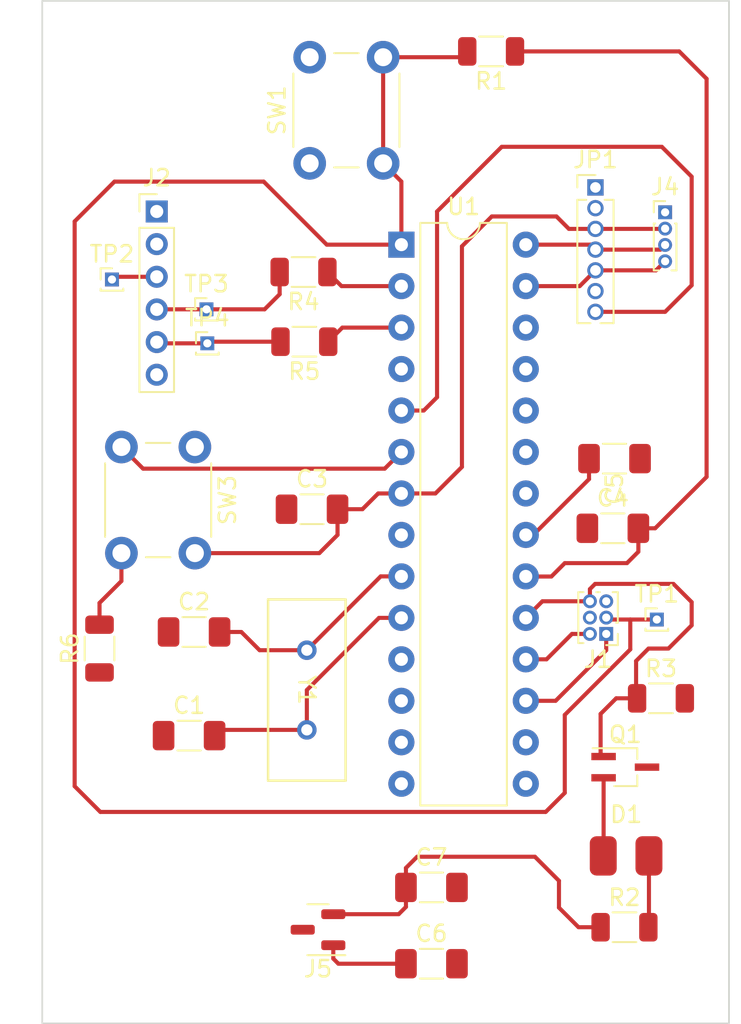
<source format=kicad_pcb>
(kicad_pcb (version 20221018) (generator pcbnew)
  (layers (0 "F.Cu" signal) (31 "B.Cu" signal) (34 "B.Paste" user) (35 "F.Paste" user) (36 "B.SilkS" user "B.Silkscreen") (37 "F.SilkS" user "F.Silkscreen") (38 "B.Mask" user) (39 "F.Mask" user) (44 "Edge.Cuts" user))
  (net 0 "")
  (net 1 "GND")
  (net 2 "Net-(U1-XTAL2{slash}PB7)")
  (net 3 "Net-(U1-XTAL1{slash}PB6)")
  (net 4 "+3.3V")
  (net 5 "Net-(U1-AREF)")
  (net 6 "+VDC")
  (net 7 "Net-(D1-K)")
  (net 8 "Net-(D1-A)")
  (net 9 "Net-(J1-MISO)")
  (net 10 "+5V")
  (net 11 "Net-(J1-SCK)")
  (net 12 "Net-(J1-MOSI)")
  (net 13 "Net-(J1-~{RST})")
  (net 15 "Net-(J2-Pin_3)")
  (net 16 "Net-(J2-Pin_4)")
  (net 17 "Net-(J2-Pin_5)")
  (net 19 "/SCL_3.3V")
  (net 20 "/SDA_3.3V")
  (net 21 "/V_IN")
  (net 22 "/INT")
  (net 23 "/LED_EN")
  (net 24 "Net-(U1-(RXD)PD0)")
  (net 25 "Net-(U1-(TXD)PD1)")
  (net 26 "Net-(R6-Pad2)")
  (net 31 "Net-(SW3-A)")
  (footprint "Resistor_SMD:R_1206_3216Metric" (layer "F.Cu") (at 173.6852 110.3884)
    (fp_text reference "R2" (at 0 -1.82) (layer "F.SilkS"))
    (fp_text value "1k")
    (fp_line (start -0.727064 -0.91) (end 0.727064 -0.91) (stroke (width 0.12)) (layer "F.SilkS"))
    (fp_line (start -0.727064 0.91) (end 0.727064 0.91) (stroke (width 0.12)) (layer "F.SilkS"))
    (pad "1" smd roundrect (at -1.4625 0) (size 1.125 1.75) (layers "F.Cu" "F.Paste" "F.Mask") (roundrect_rratio 0.222222) (net 4 "+3.3V"))
    (pad "2" smd roundrect (at 1.4625 0) (size 1.125 1.75) (layers "F.Cu" "F.Paste" "F.Mask") (roundrect_rratio 0.222222) (net 8 "Net-(D1-A)"))
  )
  (footprint "Connector_PinHeader_1.00mm:PinHeader_1x01_P1.00mm_Vertical" (layer "F.Cu") (at 148.1328 74.6252)
    (fp_text reference "TP4" (at 0 -1.56) (layer "F.SilkS"))
    (fp_text value "TestPoint")
    (fp_line (start -0.695 -0.685) (end 0 -0.685) (stroke (width 0.12)) (layer "F.SilkS"))
    (fp_line (start -0.695 0) (end -0.695 -0.685) (stroke (width 0.12)) (layer "F.SilkS"))
    (fp_line (start -0.695 0.685) (end -0.695 0.56) (stroke (width 0.12)) (layer "F.SilkS"))
    (fp_line (start -0.695 0.685) (end -0.608276 0.685) (stroke (width 0.12)) (layer "F.SilkS"))
    (fp_line (start -0.695 0.685) (end 0.695 0.685) (stroke (width 0.12)) (layer "F.SilkS"))
    (fp_line (start 0.608276 0.685) (end 0.695 0.685) (stroke (width 0.12)) (layer "F.SilkS"))
    (fp_line (start 0.695 0.685) (end 0.695 0.56) (stroke (width 0.12)) (layer "F.SilkS"))
    (pad "1" thru_hole rect (at 0 0) (size 0.85 0.85) (drill 0.5) (layers "*.Cu" "*.Mask") (net 17 "Net-(J2-Pin_5)"))
  )
  (footprint "Button_Switch_THT:SW_PUSH_6mm" (layer "F.Cu") (at 147.3708 80.9752 -90)
    (fp_text reference "SW3" (at 3.25 -2 90) (layer "F.SilkS"))
    (fp_text value "SW_MEC_5E")
    (fp_line (start -0.25 1.5) (end -0.25 3) (stroke (width 0.12)) (layer "F.SilkS"))
    (fp_line (start 1 5.5) (end 5.5 5.5) (stroke (width 0.12)) (layer "F.SilkS"))
    (fp_line (start 5.5 -1) (end 1 -1) (stroke (width 0.12)) (layer "F.SilkS"))
    (fp_line (start 6.75 3) (end 6.75 1.5) (stroke (width 0.12)) (layer "F.SilkS"))
    (pad "1" thru_hole circle (at 6.5 0) (size 2 2) (drill 1.1) (layers "*.Cu" "*.Mask") (net 4 "+3.3V"))
    (pad "2" thru_hole circle (at 6.5 4.5) (size 2 2) (drill 1.1) (layers "*.Cu" "*.Mask") (net 26 "Net-(R6-Pad2)"))
    (pad "3" thru_hole circle (at 0 0) (size 2 2) (drill 1.1) (layers "*.Cu" "*.Mask"))
    (pad "4" thru_hole circle (at 0 4.5) (size 2 2) (drill 1.1) (layers "*.Cu" "*.Mask") (net 31 "Net-(SW3-A)"))
  )
  (footprint "Capacitor_SMD:C_1206_3216Metric_Pad1.33x1.80mm_HandSolder" (layer "F.Cu") (at 154.5459 84.7852)
    (fp_text reference "C3" (at 0 -1.85) (layer "F.SilkS"))
    (fp_text value "100n")
    (fp_line (start -0.711252 -0.91) (end 0.711252 -0.91) (stroke (width 0.12)) (layer "F.SilkS"))
    (fp_line (start -0.711252 0.91) (end 0.711252 0.91) (stroke (width 0.12)) (layer "F.SilkS"))
    (pad "1" smd roundrect (at -1.5625 0) (size 1.325 1.8) (layers "F.Cu" "F.Paste" "F.Mask") (roundrect_rratio 0.188679) (net 1 "GND"))
    (pad "2" smd roundrect (at 1.5625 0) (size 1.325 1.8) (layers "F.Cu" "F.Paste" "F.Mask") (roundrect_rratio 0.188679) (net 4 "+3.3V"))
  )
  (footprint "Resistor_SMD:R_1206_3216Metric" (layer "F.Cu") (at 175.9204 96.3676)
    (fp_text reference "R3" (at 0 -1.82) (layer "F.SilkS"))
    (fp_text value "10k")
    (fp_line (start -0.727064 -0.91) (end 0.727064 -0.91) (stroke (width 0.12)) (layer "F.SilkS"))
    (fp_line (start -0.727064 0.91) (end 0.727064 0.91) (stroke (width 0.12)) (layer "F.SilkS"))
    (pad "1" smd roundrect (at -1.4625 0) (size 1.125 1.75) (layers "F.Cu" "F.Paste" "F.Mask") (roundrect_rratio 0.222222) (net 11 "Net-(J1-SCK)"))
    (pad "2" smd roundrect (at 1.4625 0) (size 1.125 1.75) (layers "F.Cu" "F.Paste" "F.Mask") (roundrect_rratio 0.222222) (net 1 "GND"))
  )
  (footprint "Connector_PinHeader_1.00mm:PinHeader_1x01_P1.00mm_Vertical" (layer "F.Cu") (at 148.082 72.5424)
    (fp_text reference "TP3" (at 0 -1.56) (layer "F.SilkS"))
    (fp_text value "TestPoint")
    (fp_line (start -0.695 -0.685) (end 0 -0.685) (stroke (width 0.12)) (layer "F.SilkS"))
    (fp_line (start -0.695 0) (end -0.695 -0.685) (stroke (width 0.12)) (layer "F.SilkS"))
    (fp_line (start -0.695 0.685) (end -0.695 0.56) (stroke (width 0.12)) (layer "F.SilkS"))
    (fp_line (start -0.695 0.685) (end -0.608276 0.685) (stroke (width 0.12)) (layer "F.SilkS"))
    (fp_line (start -0.695 0.685) (end 0.695 0.685) (stroke (width 0.12)) (layer "F.SilkS"))
    (fp_line (start 0.608276 0.685) (end 0.695 0.685) (stroke (width 0.12)) (layer "F.SilkS"))
    (fp_line (start 0.695 0.685) (end 0.695 0.56) (stroke (width 0.12)) (layer "F.SilkS"))
    (pad "1" thru_hole rect (at 0 0) (size 0.85 0.85) (drill 0.5) (layers "*.Cu" "*.Mask") (net 16 "Net-(J2-Pin_4)"))
  )
  (footprint "Package_TO_SOT_SMD:SOT-323_SC-70_Handsoldering" (layer "F.Cu") (at 173.736 100.584)
    (fp_text reference "Q1" (at 0 -2) (layer "F.SilkS"))
    (fp_text value "Q_NMOS_GDS")
    (fp_line (start -0.675 1.16) (end 0.735 1.16) (stroke (width 0.12)) (layer "F.SilkS"))
    (fp_line (start 0.735 -1.17) (end 0.735 -0.5) (stroke (width 0.12)) (layer "F.SilkS"))
    (fp_line (start 0.735 -1.16) (end -2 -1.16) (stroke (width 0.12)) (layer "F.SilkS"))
    (fp_line (start 0.735 0.5) (end 0.735 1.16) (stroke (width 0.12)) (layer "F.SilkS"))
    (pad "1" smd rect (at -1.33 -0.65 270) (size 0.45 1.5) (layers "F.Cu" "F.Paste" "F.Mask") (net 11 "Net-(J1-SCK)"))
    (pad "2" smd rect (at -1.33 0.65 270) (size 0.45 1.5) (layers "F.Cu" "F.Paste" "F.Mask") (net 7 "Net-(D1-K)"))
    (pad "3" smd rect (at 1.33 0 270) (size 0.45 1.5) (layers "F.Cu" "F.Paste" "F.Mask") (net 1 "GND"))
  )
  (footprint "Connector_PinHeader_1.27mm:PinHeader_1x07_P1.27mm_Vertical" (layer "F.Cu") (at 171.9072 65.0748)
    (fp_text reference "JP1" (at 0 -1.695) (layer "F.SilkS"))
    (fp_text value "HEADER-1X770MIL")
    (fp_line (start -1.11 -0.76) (end 0 -0.76) (stroke (width 0.12)) (layer "F.SilkS"))
    (fp_line (start -1.11 0) (end -1.11 -0.76) (stroke (width 0.12)) (layer "F.SilkS"))
    (fp_line (start -1.11 0.76) (end -1.11 8.315) (stroke (width 0.12)) (layer "F.SilkS"))
    (fp_line (start -1.11 0.76) (end -0.563471 0.76) (stroke (width 0.12)) (layer "F.SilkS"))
    (fp_line (start -1.11 8.315) (end -0.30753 8.315) (stroke (width 0.12)) (layer "F.SilkS"))
    (fp_line (start 0.30753 8.315) (end 1.11 8.315) (stroke (width 0.12)) (layer "F.SilkS"))
    (fp_line (start 0.563471 0.76) (end 1.11 0.76) (stroke (width 0.12)) (layer "F.SilkS"))
    (fp_line (start 1.11 0.76) (end 1.11 8.315) (stroke (width 0.12)) (layer "F.SilkS"))
    (pad "1" thru_hole rect (at 0 0) (size 1 1) (drill 0.65) (layers "*.Cu" "*.Mask") (net 21 "/V_IN"))
    (pad "2" thru_hole oval (at 0 1.27) (size 1 1) (drill 0.65) (layers "*.Cu" "*.Mask") (net 1 "GND"))
    (pad "3" thru_hole oval (at 0 2.54) (size 1 1) (drill 0.65) (layers "*.Cu" "*.Mask") (net 4 "+3.3V"))
    (pad "4" thru_hole oval (at 0 3.81) (size 1 1) (drill 0.65) (layers "*.Cu" "*.Mask") (net 19 "/SCL_3.3V"))
    (pad "5" thru_hole oval (at 0 5.08) (size 1 1) (drill 0.65) (layers "*.Cu" "*.Mask") (net 20 "/SDA_3.3V"))
    (pad "6" thru_hole oval (at 0 6.35) (size 1 1) (drill 0.65) (layers "*.Cu" "*.Mask") (net 22 "/INT"))
    (pad "7" thru_hole oval (at 0 7.62) (size 1 1) (drill 0.65) (layers "*.Cu" "*.Mask") (net 23 "/LED_EN"))
  )
  (footprint "LED_SMD:LED_0805_2012Metric_Pad1.15x1.40mm_HandSolder" (layer "F.Cu") (at 173.7868 106.0196)
    (fp_text reference "D1" (at 0 -2.54) (layer "F.SilkS"))
    (fp_text value "LED")
    (pad "1" smd roundrect (at -1.403 0) (size 1.65 2.41) (layers "F.Cu" "F.Paste" "F.Mask") (net 7 "Net-(D1-K)"))
    (pad "2" smd roundrect (at 1.397 0) (size 1.65 2.41) (layers "F.Cu" "F.Paste" "F.Mask") (net 8 "Net-(D1-A)"))
  )
  (footprint "Capacitor_SMD:C_1206_3216Metric_Pad1.33x1.80mm_HandSolder" (layer "F.Cu") (at 147.32 92.3036)
    (fp_text reference "C2" (at 0 -1.85) (layer "F.SilkS"))
    (fp_text value "20p")
    (fp_line (start -0.711252 -0.91) (end 0.711252 -0.91) (stroke (width 0.12)) (layer "F.SilkS"))
    (fp_line (start -0.711252 0.91) (end 0.711252 0.91) (stroke (width 0.12)) (layer "F.SilkS"))
    (pad "1" smd roundrect (at -1.5625 0) (size 1.325 1.8) (layers "F.Cu" "F.Paste" "F.Mask") (roundrect_rratio 0.188679) (net 1 "GND"))
    (pad "2" smd roundrect (at 1.5625 0) (size 1.325 1.8) (layers "F.Cu" "F.Paste" "F.Mask") (roundrect_rratio 0.188679) (net 3 "Net-(U1-XTAL1{slash}PB6)"))
  )
  (footprint "Resistor_SMD:R_1206_3216Metric" (layer "F.Cu") (at 165.5171 56.7436 180)
    (fp_text reference "R1" (at 0 -1.82) (layer "F.SilkS"))
    (fp_text value "10k")
    (fp_line (start -0.727064 -0.91) (end 0.727064 -0.91) (stroke (width 0.12)) (layer "F.SilkS"))
    (fp_line (start -0.727064 0.91) (end 0.727064 0.91) (stroke (width 0.12)) (layer "F.SilkS"))
    (pad "1" smd roundrect (at -1.4625 0 180) (size 1.125 1.75) (layers "F.Cu" "F.Paste" "F.Mask") (roundrect_rratio 0.222222) (net 4 "+3.3V"))
    (pad "2" smd roundrect (at 1.4625 0 180) (size 1.125 1.75) (layers "F.Cu" "F.Paste" "F.Mask") (roundrect_rratio 0.222222) (net 13 "Net-(J1-~{RST})"))
  )
  (footprint "Capacitor_SMD:C_1206_3216Metric_Pad1.33x1.80mm_HandSolder" (layer "F.Cu") (at 161.8611 112.6236)
    (fp_text reference "C6" (at 0 -1.85) (layer "F.SilkS"))
    (fp_text value "1uF")
    (fp_line (start -0.711252 -0.91) (end 0.711252 -0.91) (stroke (width 0.12)) (layer "F.SilkS"))
    (fp_line (start -0.711252 0.91) (end 0.711252 0.91) (stroke (width 0.12)) (layer "F.SilkS"))
    (pad "1" smd roundrect (at -1.5625 0) (size 1.325 1.8) (layers "F.Cu" "F.Paste" "F.Mask") (roundrect_rratio 0.188679) (net 6 "+VDC"))
    (pad "2" smd roundrect (at 1.5625 0) (size 1.325 1.8) (layers "F.Cu" "F.Paste" "F.Mask") (roundrect_rratio 0.188679) (net 1 "GND"))
  )
  (footprint "Button_Switch_THT:SW_PUSH_6mm" (layer "F.Cu") (at 154.4024 63.5992 90)
    (fp_text reference "SW1" (at 3.25 -2 90) (layer "F.SilkS"))
    (fp_text value "SW_SPST")
    (fp_line (start -0.25 1.5) (end -0.25 3) (stroke (width 0.12)) (layer "F.SilkS"))
    (fp_line (start 1 5.5) (end 5.5 5.5) (stroke (width 0.12)) (layer "F.SilkS"))
    (fp_line (start 5.5 -1) (end 1 -1) (stroke (width 0.12)) (layer "F.SilkS"))
    (fp_line (start 6.75 3) (end 6.75 1.5) (stroke (width 0.12)) (layer "F.SilkS"))
    (pad "1" thru_hole circle (at 0 0 180) (size 2 2) (drill 1.1) (layers "*.Cu" "*.Mask") (net 1 "GND"))
    (pad "1" thru_hole circle (at 6.5 0 180) (size 2 2) (drill 1.1) (layers "*.Cu" "*.Mask") (net 1 "GND"))
    (pad "2" thru_hole circle (at 0 4.5 180) (size 2 2) (drill 1.1) (layers "*.Cu" "*.Mask") (net 13 "Net-(J1-~{RST})"))
    (pad "2" thru_hole circle (at 6.5 4.5 180) (size 2 2) (drill 1.1) (layers "*.Cu" "*.Mask") (net 13 "Net-(J1-~{RST})"))
  )
  (footprint "Capacitor_SMD:C_1206_3216Metric_Pad1.33x1.80mm_HandSolder" (layer "F.Cu") (at 173.0756 81.6864 180)
    (fp_text reference "C5" (at 0 -1.85 90) (layer "F.SilkS"))
    (fp_text value "100n")
    (fp_line (start -0.711252 -0.91) (end 0.711252 -0.91) (stroke (width 0.12)) (layer "F.SilkS"))
    (fp_line (start -0.711252 0.91) (end 0.711252 0.91) (stroke (width 0.12)) (layer "F.SilkS"))
    (pad "1" smd roundrect (at -1.5625 0 180) (size 1.325 1.8) (layers "F.Cu" "F.Paste" "F.Mask") (roundrect_rratio 0.188679) (net 1 "GND"))
    (pad "2" smd roundrect (at 1.5625 0 180) (size 1.325 1.8) (layers "F.Cu" "F.Paste" "F.Mask") (roundrect_rratio 0.188679) (net 5 "Net-(U1-AREF)"))
  )
  (footprint "footprints:ATS08A-E_CTS" (layer "F.Cu") (at 154.2288 93.4212 -90)
    (fp_text reference "Y1" (at 2.44 0 -90 unlocked) (layer "F.SilkS"))
    (fp_text value "8 MHz")
    (fp_line (start -3.1099 -2.3749) (end -3.1099 2.3749) (stroke (width 0.1524)) (layer "F.SilkS"))
    (fp_line (start 7.9899 -2.3749) (end -3.1099 -2.3749) (stroke (width 0.1524)) (layer "F.SilkS"))
    (fp_line (start 7.9899 -2.3749) (end 7.9899 2.3749) (stroke (width 0.1524)) (layer "F.SilkS"))
    (fp_line (start 7.9899 2.3749) (end -3.1099 2.3749) (stroke (width 0.1524)) (layer "F.SilkS"))
    (pad "1" thru_hole circle (at 0 0 270) (size 1.1938 1.1938) (drill 0.6858) (layers "*.Cu" "*.Mask") (net 3 "Net-(U1-XTAL1{slash}PB6)"))
    (pad "2" thru_hole circle (at 4.880001 0 270) (size 1.1938 1.1938) (drill 0.6858) (layers "*.Cu" "*.Mask") (net 2 "Net-(U1-XTAL2{slash}PB7)"))
  )
  (footprint "Connector_PinHeader_1.00mm:PinHeader_1x04_P1.00mm_Vertical" (layer "F.Cu") (at 176.1744 66.5988)
    (fp_text reference "J4" (at 0 -1.56) (layer "F.SilkS"))
    (fp_text value "Conn_01x04")
    (fp_line (start -0.695 -0.685) (end 0 -0.685) (stroke (width 0.12)) (layer "F.SilkS"))
    (fp_line (start -0.695 0) (end -0.695 -0.685) (stroke (width 0.12)) (layer "F.SilkS"))
    (fp_line (start -0.695 0.685) (end -0.695 3.56) (stroke (width 0.12)) (layer "F.SilkS"))
    (fp_line (start -0.695 0.685) (end -0.608276 0.685) (stroke (width 0.12)) (layer "F.SilkS"))
    (fp_line (start -0.695 3.56) (end -0.394493 3.56) (stroke (width 0.12)) (layer "F.SilkS"))
    (fp_line (start 0.394493 3.56) (end 0.695 3.56) (stroke (width 0.12)) (layer "F.SilkS"))
    (fp_line (start 0.608276 0.685) (end 0.695 0.685) (stroke (width 0.12)) (layer "F.SilkS"))
    (fp_line (start 0.695 0.685) (end 0.695 3.56) (stroke (width 0.12)) (layer "F.SilkS"))
    (pad "1" thru_hole rect (at 0 0) (size 0.85 0.85) (drill 0.5) (layers "*.Cu" "*.Mask") (net 1 "GND"))
    (pad "2" thru_hole oval (at 0 1) (size 0.85 0.85) (drill 0.5) (layers "*.Cu" "*.Mask") (net 4 "+3.3V"))
    (pad "3" thru_hole oval (at 0 2) (size 0.85 0.85) (drill 0.5) (layers "*.Cu" "*.Mask") (net 19 "/SCL_3.3V"))
    (pad "4" thru_hole oval (at 0 3) (size 0.85 0.85) (drill 0.5) (layers "*.Cu" "*.Mask") (net 20 "/SDA_3.3V"))
  )
  (footprint "Capacitor_SMD:C_1206_3216Metric_Pad1.33x1.80mm_HandSolder" (layer "F.Cu") (at 172.974 85.9536)
    (fp_text reference "C4" (at 0 -1.85) (layer "F.SilkS"))
    (fp_text value "100n")
    (fp_line (start -0.711252 -0.91) (end 0.711252 -0.91) (stroke (width 0.12)) (layer "F.SilkS"))
    (fp_line (start -0.711252 0.91) (end 0.711252 0.91) (stroke (width 0.12)) (layer "F.SilkS"))
    (pad "1" smd roundrect (at -1.5625 0) (size 1.325 1.8) (layers "F.Cu" "F.Paste" "F.Mask") (roundrect_rratio 0.188679) (net 1 "GND"))
    (pad "2" smd roundrect (at 1.5625 0) (size 1.325 1.8) (layers "F.Cu" "F.Paste" "F.Mask") (roundrect_rratio 0.188679) (net 4 "+3.3V"))
  )
  (footprint "Package_TO_SOT_SMD:SOT-23" (layer "F.Cu") (at 154.9123 110.5408 180)
    (fp_text reference "J5" (at 0 -2.4) (layer "F.SilkS"))
    (fp_text value "~")
    (fp_line (start 0 -1.56) (end -1.675 -1.56) (stroke (width 0.12)) (layer "F.SilkS"))
    (fp_line (start 0 -1.56) (end 0.65 -1.56) (stroke (width 0.12)) (layer "F.SilkS"))
    (fp_line (start 0 1.56) (end -0.65 1.56) (stroke (width 0.12)) (layer "F.SilkS"))
    (fp_line (start 0 1.56) (end 0.65 1.56) (stroke (width 0.12)) (layer "F.SilkS"))
    (pad "1" smd roundrect (at -0.9375 -0.95 180) (size 1.475 0.6) (layers "F.Cu" "F.Paste" "F.Mask") (net 6 "+VDC"))
    (pad "2" smd roundrect (at -0.9375 0.95 180) (size 1.475 0.6) (layers "F.Cu" "F.Paste" "F.Mask") (net 4 "+3.3V"))
    (pad "3" smd roundrect (at 0.9375 0 180) (size 1.475 0.6) (layers "F.Cu" "F.Paste" "F.Mask") (net 1 "GND"))
  )
  (footprint "Connector_PinHeader_1.00mm:PinHeader_1x01_P1.00mm_Vertical" (layer "F.Cu") (at 142.2908 70.7136)
    (fp_text reference "TP2" (at 0 -1.56) (layer "F.SilkS"))
    (fp_text value "TestPoint")
    (fp_line (start -0.695 -0.685) (end 0 -0.685) (stroke (width 0.12)) (layer "F.SilkS"))
    (fp_line (start -0.695 0) (end -0.695 -0.685) (stroke (width 0.12)) (layer "F.SilkS"))
    (fp_line (start -0.695 0.685) (end -0.695 0.56) (stroke (width 0.12)) (layer "F.SilkS"))
    (fp_line (start -0.695 0.685) (end -0.608276 0.685) (stroke (width 0.12)) (layer "F.SilkS"))
    (fp_line (start -0.695 0.685) (end 0.695 0.685) (stroke (width 0.12)) (layer "F.SilkS"))
    (fp_line (start 0.608276 0.685) (end 0.695 0.685) (stroke (width 0.12)) (layer "F.SilkS"))
    (fp_line (start 0.695 0.685) (end 0.695 0.56) (stroke (width 0.12)) (layer "F.SilkS"))
    (pad "1" thru_hole rect (at 0 0) (size 0.85 0.85) (drill 0.5) (layers "*.Cu" "*.Mask") (net 15 "Net-(J2-Pin_3)"))
  )
  (footprint "Package_DIP:DIP-28_W7.62mm" (layer "F.Cu") (at 160.02 68.58)
    (fp_text reference "U1" (at 3.81 -2.33) (layer "F.SilkS"))
    (fp_text value "ATmega328P-P")
    (fp_line (start 1.16 -1.33) (end 1.16 34.35) (stroke (width 0.12)) (layer "F.SilkS"))
    (fp_line (start 1.16 34.35) (end 6.46 34.35) (stroke (width 0.12)) (layer "F.SilkS"))
    (fp_line (start 2.81 -1.33) (end 1.16 -1.33) (stroke (width 0.12)) (layer "F.SilkS"))
    (fp_line (start 6.46 -1.33) (end 4.81 -1.33) (stroke (width 0.12)) (layer "F.SilkS"))
    (fp_line (start 6.46 34.35) (end 6.46 -1.33) (stroke (width 0.12)) (layer "F.SilkS"))
    (fp_arc (start 4.81 -1.33) (mid 3.81 -0.33) (end 2.81 -1.33) (stroke (width 0.12)) (layer "F.SilkS"))
    (pad "1" thru_hole rect (at 0 0) (size 1.6 1.6) (drill 0.8) (layers "*.Cu" "*.Mask") (net 13 "Net-(J1-~{RST})"))
    (pad "2" thru_hole oval (at 0 2.54) (size 1.6 1.6) (drill 0.8) (layers "*.Cu" "*.Mask") (net 24 "Net-(U1-(RXD)PD0)"))
    (pad "3" thru_hole oval (at 0 5.08) (size 1.6 1.6) (drill 0.8) (layers "*.Cu" "*.Mask") (net 25 "Net-(U1-(TXD)PD1)"))
    (pad "4" thru_hole oval (at 0 7.62) (size 1.6 1.6) (drill 0.8) (layers "*.Cu" "*.Mask"))
    (pad "5" thru_hole oval (at 0 10.16) (size 1.6 1.6) (drill 0.8) (layers "*.Cu" "*.Mask") (net 23 "/LED_EN"))
    (pad "6" thru_hole oval (at 0 12.7) (size 1.6 1.6) (drill 0.8) (layers "*.Cu" "*.Mask") (net 31 "Net-(SW3-A)"))
    (pad "7" thru_hole oval (at 0 15.24) (size 1.6 1.6) (drill 0.8) (layers "*.Cu" "*.Mask") (net 4 "+3.3V"))
    (pad "8" thru_hole oval (at 0 17.78) (size 1.6 1.6) (drill 0.8) (layers "*.Cu" "*.Mask") (net 1 "GND"))
    (pad "9" thru_hole oval (at 0 20.32) (size 1.6 1.6) (drill 0.8) (layers "*.Cu" "*.Mask") (net 3 "Net-(U1-XTAL1{slash}PB6)"))
    (pad "10" thru_hole oval (at 0 22.86) (size 1.6 1.6) (drill 0.8) (layers "*.Cu" "*.Mask") (net 2 "Net-(U1-XTAL2{slash}PB7)"))
    (pad "11" thru_hole oval (at 0 25.4) (size 1.6 1.6) (drill 0.8) (layers "*.Cu" "*.Mask"))
    (pad "12" thru_hole oval (at 0 27.94) (size 1.6 1.6) (drill 0.8) (layers "*.Cu" "*.Mask"))
    (pad "13" thru_hole oval (at 0 30.48) (size 1.6 1.6) (drill 0.8) (layers "*.Cu" "*.Mask"))
    (pad "14" thru_hole oval (at 0 33.02) (size 1.6 1.6) (drill 0.8) (layers "*.Cu" "*.Mask"))
    (pad "15" thru_hole oval (at 7.62 33.02) (size 1.6 1.6) (drill 0.8) (layers "*.Cu" "*.Mask"))
    (pad "16" thru_hole oval (at 7.62 30.48) (size 1.6 1.6) (drill 0.8) (layers "*.Cu" "*.Mask"))
    (pad "17" thru_hole oval (at 7.62 27.94) (size 1.6 1.6) (drill 0.8) (layers "*.Cu" "*.Mask") (net 12 "Net-(J1-MOSI)"))
    (pad "18" thru_hole oval (at 7.62 25.4) (size 1.6 1.6) (drill 0.8) (layers "*.Cu" "*.Mask") (net 9 "Net-(J1-MISO)"))
    (pad "19" thru_hole oval (at 7.62 22.86) (size 1.6 1.6) (drill 0.8) (layers "*.Cu" "*.Mask") (net 11 "Net-(J1-SCK)"))
    (pad "20" thru_hole oval (at 7.62 20.32) (size 1.6 1.6) (drill 0.8) (layers "*.Cu" "*.Mask") (net 4 "+3.3V"))
    (pad "21" thru_hole oval (at 7.62 17.78) (size 1.6 1.6) (drill 0.8) (layers "*.Cu" "*.Mask") (net 5 "Net-(U1-AREF)"))
    (pad "22" thru_hole oval (at 7.62 15.24) (size 1.6 1.6) (drill 0.8) (layers "*.Cu" "*.Mask") (net 1 "GND"))
    (pad "23" thru_hole oval (at 7.62 12.7) (size 1.6 1.6) (drill 0.8) (layers "*.Cu" "*.Mask"))
    (pad "24" thru_hole oval (at 7.62 10.16) (size 1.6 1.6) (drill 0.8) (layers "*.Cu" "*.Mask"))
    (pad "25" thru_hole oval (at 7.62 7.62) (size 1.6 1.6) (drill 0.8) (layers "*.Cu" "*.Mask"))
    (pad "26" thru_hole oval (at 7.62 5.08) (size 1.6 1.6) (drill 0.8) (layers "*.Cu" "*.Mask"))
    (pad "27" thru_hole oval (at 7.62 2.54) (size 1.6 1.6) (drill 0.8) (layers "*.Cu" "*.Mask") (net 20 "/SDA_3.3V"))
    (pad "28" thru_hole oval (at 7.62 0) (size 1.6 1.6) (drill 0.8) (layers "*.Cu" "*.Mask") (net 19 "/SCL_3.3V"))
  )
  (footprint "Capacitor_SMD:C_1206_3216Metric_Pad1.33x1.80mm_HandSolder" (layer "F.Cu") (at 161.8611 107.95)
    (fp_text reference "C7" (at 0 -1.85) (layer "F.SilkS"))
    (fp_text value "1uF")
    (fp_line (start -0.711252 -0.91) (end 0.711252 -0.91) (stroke (width 0.12)) (layer "F.SilkS"))
    (fp_line (start -0.711252 0.91) (end 0.711252 0.91) (stroke (width 0.12)) (layer "F.SilkS"))
    (pad "1" smd roundrect (at -1.5625 0) (size 1.325 1.8) (layers "F.Cu" "F.Paste" "F.Mask") (roundrect_rratio 0.188679) (net 4 "+3.3V"))
    (pad "2" smd roundrect (at 1.5625 0) (size 1.325 1.8) (layers "F.Cu" "F.Paste" "F.Mask") (roundrect_rratio 0.188679) (net 1 "GND"))
  )
  (footprint "Connector_PinHeader_1.00mm:PinHeader_1x01_P1.00mm_Vertical" (layer "F.Cu") (at 175.6664 91.5416)
    (fp_text reference "TP1" (at 0 -1.56) (layer "F.SilkS"))
    (fp_text value "TestPoint")
    (fp_line (start -0.695 -0.685) (end 0 -0.685) (stroke (width 0.12)) (layer "F.SilkS"))
    (fp_line (start -0.695 0) (end -0.695 -0.685) (stroke (width 0.12)) (layer "F.SilkS"))
    (fp_line (start -0.695 0.685) (end -0.695 0.56) (stroke (width 0.12)) (layer "F.SilkS"))
    (fp_line (start -0.695 0.685) (end -0.608276 0.685) (stroke (width 0.12)) (layer "F.SilkS"))
    (fp_line (start -0.695 0.685) (end 0.695 0.685) (stroke (width 0.12)) (layer "F.SilkS"))
    (fp_line (start 0.608276 0.685) (end 0.695 0.685) (stroke (width 0.12)) (layer "F.SilkS"))
    (fp_line (start 0.695 0.685) (end 0.695 0.56) (stroke (width 0.12)) (layer "F.SilkS"))
    (pad "1" thru_hole rect (at 0 0) (size 0.85 0.85) (drill 0.5) (layers "*.Cu" "*.Mask") (net 13 "Net-(J1-~{RST})"))
  )
  (footprint "Connector_PinHeader_1.00mm:PinHeader_2x03_P1.00mm_Vertical" (layer "F.Cu") (at 172.5676 92.424 180)
    (fp_text reference "J1" (at 0.5 -1.56) (layer "F.SilkS"))
    (fp_text value "ICSP CONN")
    (fp_line (start -0.71 -0.685) (end 0 -0.685) (stroke (width 0.12)) (layer "F.SilkS"))
    (fp_line (start -0.71 0) (end -0.71 -0.685) (stroke (width 0.12)) (layer "F.SilkS"))
    (fp_line (start -0.71 0.685) (end -0.71 2.56) (stroke (width 0.12)) (layer "F.SilkS"))
    (fp_line (start -0.71 0.685) (end -0.608276 0.685) (stroke (width 0.12)) (layer "F.SilkS"))
    (fp_line (start -0.71 2.56) (end -0.394493 2.56) (stroke (width 0.12)) (layer "F.SilkS"))
    (fp_line (start 0.394493 2.56) (end 0.605507 2.56) (stroke (width 0.12)) (layer "F.SilkS"))
    (fp_line (start 1.394493 -0.56) (end 1.71 -0.56) (stroke (width 0.12)) (layer "F.SilkS"))
    (fp_line (start 1.394493 2.56) (end 1.71 2.56) (stroke (width 0.12)) (layer "F.SilkS"))
    (fp_line (start 1.71 -0.56) (end 1.71 2.56) (stroke (width 0.12)) (layer "F.SilkS"))
    (pad "1" thru_hole oval (at 1 0 180) (size 0.85 0.85) (drill 0.5) (layers "*.Cu" "*.Mask") (net 9 "Net-(J1-MISO)"))
    (pad "2" thru_hole oval (at 1 1 180) (size 0.85 0.85) (drill 0.5) (layers "*.Cu" "*.Mask") (net 10 "+5V"))
    (pad "3" thru_hole oval (at 1 2 180) (size 0.85 0.85) (drill 0.5) (layers "*.Cu" "*.Mask") (net 11 "Net-(J1-SCK)"))
    (pad "4" thru_hole rect (at 0 0 180) (size 0.85 0.85) (drill 0.5) (layers "*.Cu" "*.Mask") (net 12 "Net-(J1-MOSI)"))
    (pad "5" thru_hole oval (at 0 1 180) (size 0.85 0.85) (drill 0.5) (layers "*.Cu" "*.Mask") (net 13 "Net-(J1-~{RST})"))
    (pad "6" thru_hole oval (at 0 2 180) (size 0.85 0.85) (drill 0.5) (layers "*.Cu" "*.Mask") (net 1 "GND"))
  )
  (footprint "Resistor_SMD:R_1206_3216Metric" (layer "F.Cu") (at 154.0764 74.5236 180)
    (fp_text reference "R5" (at 0 -1.82) (layer "F.SilkS"))
    (fp_text value "1k")
    (fp_line (start -0.727064 -0.91) (end 0.727064 -0.91) (stroke (width 0.12)) (layer "F.SilkS"))
    (fp_line (start -0.727064 0.91) (end 0.727064 0.91) (stroke (width 0.12)) (layer "F.SilkS"))
    (pad "1" smd roundrect (at -1.4625 0 180) (size 1.125 1.75) (layers "F.Cu" "F.Paste" "F.Mask") (roundrect_rratio 0.222222) (net 25 "Net-(U1-(TXD)PD1)"))
    (pad "2" smd roundrect (at 1.4625 0 180) (size 1.125 1.75) (layers "F.Cu" "F.Paste" "F.Mask") (roundrect_rratio 0.222222) (net 17 "Net-(J2-Pin_5)"))
  )
  (footprint "Resistor_SMD:R_1206_3216Metric" (layer "F.Cu") (at 141.5288 93.3196 90)
    (fp_text reference "R6" (at 0 -1.82 90) (layer "F.SilkS"))
    (fp_text value "10k")
    (fp_line (start -0.727064 -0.91) (end 0.727064 -0.91) (stroke (width 0.12)) (layer "F.SilkS"))
    (fp_line (start -0.727064 0.91) (end 0.727064 0.91) (stroke (width 0.12)) (layer "F.SilkS"))
    (pad "1" smd roundrect (at -1.4625 0 90) (size 1.125 1.75) (layers "F.Cu" "F.Paste" "F.Mask") (roundrect_rratio 0.222222) (net 1 "GND"))
    (pad "2" smd roundrect (at 1.4625 0 90) (size 1.125 1.75) (layers "F.Cu" "F.Paste" "F.Mask") (roundrect_rratio 0.222222) (net 26 "Net-(R6-Pad2)"))
  )
  (footprint "Capacitor_SMD:C_1206_3216Metric_Pad1.33x1.80mm_HandSolder" (layer "F.Cu") (at 147.0152 98.6536)
    (fp_text reference "C1" (at 0 -1.85) (layer "F.SilkS"))
    (fp_text value "20p")
    (fp_line (start -0.711252 -0.91) (end 0.711252 -0.91) (stroke (width 0.12)) (layer "F.SilkS"))
    (fp_line (start -0.711252 0.91) (end 0.711252 0.91) (stroke (width 0.12)) (layer "F.SilkS"))
    (pad "1" smd roundrect (at -1.5625 0) (size 1.325 1.8) (layers "F.Cu" "F.Paste" "F.Mask") (roundrect_rratio 0.188679) (net 1 "GND"))
    (pad "2" smd roundrect (at 1.5625 0) (size 1.325 1.8) (layers "F.Cu" "F.Paste" "F.Mask") (roundrect_rratio 0.188679) (net 2 "Net-(U1-XTAL2{slash}PB7)"))
  )
  (footprint "Resistor_SMD:R_1206_3216Metric" (layer "F.Cu") (at 154.0256 70.2564 180)
    (fp_text reference "R4" (at 0 -1.82) (layer "F.SilkS"))
    (fp_text value "1k")
    (fp_line (start -0.727064 -0.91) (end 0.727064 -0.91) (stroke (width 0.12)) (layer "F.SilkS"))
    (fp_line (start -0.727064 0.91) (end 0.727064 0.91) (stroke (width 0.12)) (layer "F.SilkS"))
    (pad "1" smd roundrect (at -1.4625 0 180) (size 1.125 1.75) (layers "F.Cu" "F.Paste" "F.Mask") (roundrect_rratio 0.222222) (net 24 "Net-(U1-(RXD)PD0)"))
    (pad "2" smd roundrect (at 1.4625 0 180) (size 1.125 1.75) (layers "F.Cu" "F.Paste" "F.Mask") (roundrect_rratio 0.222222) (net 16 "Net-(J2-Pin_4)"))
  )
  (footprint "Connector_PinHeader_2.00mm:PinHeader_1x06_P2.00mm_Vertical" (layer "F.Cu") (at 145.034 66.548)
    (fp_text reference "J2" (at 0 -2.06) (layer "F.SilkS"))
    (fp_text value "Conn_01x06_MountingPin")
    (fp_line (start -1.06 -1.06) (end 0 -1.06) (stroke (width 0.12)) (layer "F.SilkS"))
    (fp_line (start -1.06 0) (end -1.06 -1.06) (stroke (width 0.12)) (layer "F.SilkS"))
    (fp_line (start -1.06 1) (end -1.06 11.06) (stroke (width 0.12)) (layer "F.SilkS"))
    (fp_line (start -1.06 1) (end 1.06 1) (stroke (width 0.12)) (layer "F.SilkS"))
    (fp_line (start -1.06 11.06) (end 1.06 11.06) (stroke (width 0.12)) (layer "F.SilkS"))
    (fp_line (start 1.06 1) (end 1.06 11.06) (stroke (width 0.12)) (layer "F.SilkS"))
    (pad "1" thru_hole rect (at 0 0) (size 1.35 1.35) (drill 0.8) (layers "*.Cu" "*.Mask") (net 1 "GND"))
    (pad "2" thru_hole oval (at 0 2) (size 1.35 1.35) (drill 0.8) (layers "*.Cu" "*.Mask"))
    (pad "3" thru_hole oval (at 0 4) (size 1.35 1.35) (drill 0.8) (layers "*.Cu" "*.Mask") (net 15 "Net-(J2-Pin_3)"))
    (pad "4" thru_hole oval (at 0 6) (size 1.35 1.35) (drill 0.8) (layers "*.Cu" "*.Mask") (net 16 "Net-(J2-Pin_4)"))
    (pad "5" thru_hole oval (at 0 8) (size 1.35 1.35) (drill 0.8) (layers "*.Cu" "*.Mask") (net 17 "Net-(J2-Pin_5)"))
    (pad "6" thru_hole oval (at 0 10) (size 1.35 1.35) (drill 0.8) (layers "*.Cu" "*.Mask"))
  )
  (gr_rect (start 138.0236 53.6448) (end 180.086 116.2812) (stroke (width 0.1)) (fill none) (layer "Edge.Cuts"))
  (segment (start 154.2288 95.8596) (end 154.2288 98.301201) (width 0.25) (layer "F.Cu") (net 2))
  (segment (start 158.6484 91.44) (end 154.2288 95.8596) (width 0.25) (layer "F.Cu") (net 2))
  (segment (start 160.02 91.44) (end 158.6484 91.44) (width 0.25) (layer "F.Cu") (net 2))
  (segment (start 154.2288 98.301201) (end 148.930099 98.301201) (width 0.25) (layer "F.Cu") (net 2))
  (segment (start 148.930099 98.301201) (end 148.5777 98.6536) (width 0.25) (layer "F.Cu") (net 2))
  (segment (start 160.02 88.9) (end 158.75 88.9) (width 0.25) (layer "F.Cu") (net 3))
  (segment (start 154.2288 93.4212) (end 151.3332 93.4212) (width 0.25) (layer "F.Cu") (net 3))
  (segment (start 158.75 88.9) (end 154.2288 93.4212) (width 0.25) (layer "F.Cu") (net 3))
  (segment (start 151.3332 93.4212) (end 150.2156 92.3036) (width 0.25) (layer "F.Cu") (net 3))
  (segment (start 150.2156 92.3036) (end 148.8825 92.3036) (width 0.25) (layer "F.Cu") (net 3))
  (segment (start 167.6472 88.9072) (end 169.2076 88.9072) (width 0.25) (layer "F.Cu") (net 4))
  (segment (start 147.3708 87.4752) (end 154.9932 87.4752) (width 0.25) (layer "F.Cu") (net 4))
  (segment (start 162.1028 83.82) (end 160.02 83.82) (width 0.25) (layer "F.Cu") (net 4))
  (segment (start 169.672 109.18925) (end 170.87115 110.3884) (width 0.25) (layer "F.Cu") (net 4))
  (segment (start 170.2816 67.6148) (end 169.5196 66.8528) (width 0.25) (layer "F.Cu") (net 4))
  (segment (start 163.7284 68.6816) (end 163.7284 82.1944) (width 0.25) (layer "F.Cu") (net 4))
  (segment (start 171.9072 67.6148) (end 170.2816 67.6148) (width 0.25) (layer "F.Cu") (net 4))
  (segment (start 159.8524 109.5908) (end 160.2986 109.1446) (width 0.25) (layer "F.Cu") (net 4))
  (segment (start 160.2986 107.95) (end 160.2986 106.757) (width 0.25) (layer "F.Cu") (net 4))
  (segment (start 160.02 83.82) (end 158.5976 83.82) (width 0.25) (layer "F.Cu") (net 4))
  (segment (start 157.6324 84.7852) (end 156.1084 84.7852) (width 0.25) (layer "F.Cu") (net 4))
  (segment (start 167.64 88.9) (end 167.6472 88.9072) (width 0.25) (layer "F.Cu") (net 4))
  (segment (start 170.0276 88.0872) (end 173.8376 88.0872) (width 0.25) (layer "F.Cu") (net 4))
  (segment (start 174.5365 85.9536) (end 175.5648 85.9536) (width 0.25) (layer "F.Cu") (net 4))
  (segment (start 168.1988 106.0704) (end 169.672 107.5436) (width 0.25) (layer "F.Cu") (net 4))
  (segment (start 174.5365 87.3883) (end 174.5365 85.9536) (width 0.25) (layer "F.Cu") (net 4))
  (segment (start 169.5196 66.8528) (end 165.5572 66.8528) (width 0.25) (layer "F.Cu") (net 4))
  (segment (start 160.2986 109.1446) (end 160.2986 107.95) (width 0.25) (layer "F.Cu") (net 4))
  (segment (start 175.5648 85.9536) (end 178.7144 82.804) (width 0.25) (layer "F.Cu") (net 4))
  (segment (start 177.038 56.7436) (end 166.9796 56.7436) (width 0.25) (layer "F.Cu") (net 4))
  (segment (start 154.9932 87.4752) (end 156.1084 86.36) (width 0.25) (layer "F.Cu") (net 4))
  (segment (start 160.2986 106.757) (end 160.9852 106.0704) (width 0.25) (layer "F.Cu") (net 4))
  (segment (start 178.7144 82.804) (end 178.7144 58.42) (width 0.25) (layer "F.Cu") (net 4))
  (segment (start 171.9072 67.6148) (end 176.1584 67.6148) (width 0.25) (layer "F.Cu") (net 4))
  (segment (start 155.8498 109.5908) (end 159.8524 109.5908) (width 0.25) (layer "F.Cu") (net 4))
  (segment (start 169.672 107.5436) (end 169.672 109.18925) (width 0.25) (layer "F.Cu") (net 4))
  (segment (start 160.9852 106.0704) (end 168.1988 106.0704) (width 0.25) (layer "F.Cu") (net 4))
  (segment (start 163.7284 82.1944) (end 162.1028 83.82) (width 0.25) (layer "F.Cu") (net 4))
  (segment (start 176.1584 67.6148) (end 176.1744 67.5988) (width 0.25) (layer "F.Cu") (net 4))
  (segment (start 169.2076 88.9072) (end 170.0276 88.0872) (width 0.25) (layer "F.Cu") (net 4))
  (segment (start 173.8376 88.0872) (end 174.5365 87.3883) (width 0.25) (layer "F.Cu") (net 4))
  (segment (start 156.1084 86.36) (end 156.1084 84.7852) (width 0.25) (layer "F.Cu") (net 4))
  (segment (start 165.5572 66.8528) (end 163.7284 68.6816) (width 0.25) (layer "F.Cu") (net 4))
  (segment (start 170.87115 110.3884) (end 172.2227 110.3884) (width 0.25) (layer "F.Cu") (net 4))
  (segment (start 178.7144 58.42) (end 177.038 56.7436) (width 0.25) (layer "F.Cu") (net 4))
  (segment (start 158.5976 83.82) (end 157.6324 84.7852) (width 0.25) (layer "F.Cu") (net 4))
  (segment (start 171.5131 81.6864) (end 171.5131 82.9441) (width 0.25) (layer "F.Cu") (net 5))
  (segment (start 168.0972 86.36) (end 167.64 86.36) (width 0.25) (layer "F.Cu") (net 5))
  (segment (start 171.5131 82.9441) (end 168.0972 86.36) (width 0.25) (layer "F.Cu") (net 5))
  (segment (start 156.1592 112.6236) (end 155.8498 112.3142) (width 0.25) (layer "F.Cu") (net 6))
  (segment (start 160.2986 112.6236) (end 156.1592 112.6236) (width 0.25) (layer "F.Cu") (net 6))
  (segment (start 155.8498 112.3142) (end 155.8498 111.4908) (width 0.25) (layer "F.Cu") (net 6))
  (segment (start 172.406 105.9974) (end 172.3838 106.0196) (width 0.25) (layer "F.Cu") (net 7))
  (segment (start 172.406 101.234) (end 172.406 105.9974) (width 0.25) (layer "F.Cu") (net 7))
  (segment (start 175.1838 106.0196) (end 175.1838 110.3523) (width 0.25) (layer "F.Cu") (net 8))
  (segment (start 175.1838 110.3523) (end 175.1477 110.3884) (width 0.25) (layer "F.Cu") (net 8))
  (segment (start 170.466 92.424) (end 171.5676 92.424) (width 0.25) (layer "F.Cu") (net 9))
  (segment (start 168.91 93.98) (end 170.466 92.424) (width 0.25) (layer "F.Cu") (net 9))
  (segment (start 167.64 93.98) (end 168.91 93.98) (width 0.25) (layer "F.Cu") (net 9))
  (segment (start 175.1584 93.3196) (end 174.3964 94.0816) (width 0.25) (layer "F.Cu") (net 11))
  (segment (start 174.3964 94.0816) (end 174.3964 96.3676) (width 0.25) (layer "F.Cu") (net 11))
  (segment (start 171.5676 89.678) (end 171.8884 89.3572) (width 0.25) (layer "F.Cu") (net 11))
  (segment (start 177.8 91.8972) (end 176.3776 93.3196) (width 0.25) (layer "F.Cu") (net 11))
  (segment (start 176.3776 93.3196) (end 175.1584 93.3196) (width 0.25) (layer "F.Cu") (net 11))
  (segment (start 172.2227 99.7507) (end 172.2227 97.3221) (width 0.25) (layer "F.Cu") (net 11))
  (segment (start 171.5676 90.424) (end 171.5676 89.678) (width 0.25) (layer "F.Cu") (net 11))
  (segment (start 173.1772 96.3676) (end 174.4579 96.3676) (width 0.25) (layer "F.Cu") (net 11))
  (segment (start 167.64 91.44) (end 168.656 90.424) (width 0.25) (layer "F.Cu") (net 11))
  (segment (start 171.8884 89.3572) (end 176.6824 89.3572) (width 0.25) (layer "F.Cu") (net 11))
  (segment (start 172.406 99.934) (end 172.2227 99.7507) (width 0.25) (layer "F.Cu") (net 11))
  (segment (start 176.6824 89.3572) (end 177.8 90.4748) (width 0.25) (layer "F.Cu") (net 11))
  (segment (start 172.2227 97.3221) (end 173.1772 96.3676) (width 0.25) (layer "F.Cu") (net 11))
  (segment (start 177.8 90.4748) (end 177.8 91.8972) (width 0.25) (layer "F.Cu") (net 11))
  (segment (start 168.656 90.424) (end 171.5676 90.424) (width 0.25) (layer "F.Cu") (net 11))
  (segment (start 172.5676 93.4212) (end 172.5676 92.424) (width 0.25) (layer "F.Cu") (net 12))
  (segment (start 167.64 96.52) (end 169.4688 96.52) (width 0.25) (layer "F.Cu") (net 12))
  (segment (start 169.4688 96.52) (end 172.5676 93.4212) (width 0.25) (layer "F.Cu") (net 12))
  (segment (start 174.0408 91.5416) (end 172.6852 91.5416) (width 0.25) (layer "F.Cu") (net 13))
  (segment (start 141.5796 103.3272) (end 140.0048 101.7524) (width 0.25) (layer "F.Cu") (net 13))
  (segment (start 140.0048 67.1576) (end 142.4432 64.7192) (width 0.25) (layer "F.Cu") (net 13))
  (segment (start 170.0276 102.1588) (end 168.8592 103.3272) (width 0.25) (layer "F.Cu") (net 13))
  (segment (start 155.448 68.58) (end 160.02 68.58) (width 0.25) (layer "F.Cu") (net 13))
  (segment (start 172.6852 91.5416) (end 172.5676 91.424) (width 0.25) (layer "F.Cu") (net 13))
  (segment (start 170.0276 97.3836) (end 170.0276 102.1588) (width 0.25) (layer "F.Cu") (net 13))
  (segment (start 140.0048 101.7524) (end 140.0048 67.1576) (width 0.25) (layer "F.Cu") (net 13))
  (segment (start 158.9024 57.0992) (end 163.699 57.0992) (width 0.25) (layer "F.Cu") (net 13))
  (segment (start 174.0408 93.3704) (end 170.0276 97.3836) (width 0.25) (layer "F.Cu") (net 13))
  (segment (start 168.8592 103.3272) (end 141.5796 103.3272) (width 0.25) (layer "F.Cu") (net 13))
  (segment (start 158.9024 63.5992) (end 158.9024 57.0992) (width 0.25) (layer "F.Cu") (net 13))
  (segment (start 142.4432 64.7192) (end 151.5872 64.7192) (width 0.25) (layer "F.Cu") (net 13))
  (segment (start 160.02 64.7168) (end 158.9024 63.5992) (width 0.25) (layer "F.Cu") (net 13))
  (segment (start 175.6664 91.5416) (end 174.0408 91.5416) (width 0.25) (layer "F.Cu") (net 13))
  (segment (start 160.02 68.58) (end 160.02 64.7168) (width 0.25) (layer "F.Cu") (net 13))
  (segment (start 151.5872 64.7192) (end 155.448 68.58) (width 0.25) (layer "F.Cu") (net 13))
  (segment (start 163.699 57.0992) (end 164.0546 56.7436) (width 0.25) (layer "F.Cu") (net 13))
  (segment (start 174.0408 91.5416) (end 174.0408 93.3704) (width 0.25) (layer "F.Cu") (net 13))
  (segment (start 145.034 70.548) (end 142.4564 70.548) (width 0.25) (layer "F.Cu") (net 15))
  (segment (start 142.4564 70.548) (end 142.2908 70.7136) (width 0.25) (layer "F.Cu") (net 15))
  (segment (start 148.082 72.5424) (end 145.0396 72.5424) (width 0.25) (layer "F.Cu") (net 16))
  (segment (start 152.5631 71.6173) (end 152.5631 70.2564) (width 0.25) (layer "F.Cu") (net 16))
  (segment (start 151.638 72.5424) (end 152.5631 71.6173) (width 0.25) (layer "F.Cu") (net 16))
  (segment (start 148.082 72.5424) (end 151.638 72.5424) (width 0.25) (layer "F.Cu") (net 16))
  (segment (start 145.0396 72.5424) (end 145.034 72.548) (width 0.25) (layer "F.Cu") (net 16))
  (segment (start 152.6139 74.5236) (end 148.2344 74.5236) (width 0.25) (layer "F.Cu") (net 17))
  (segment (start 145.1112 74.6252) (end 145.034 74.548) (width 0.25) (layer "F.Cu") (net 17))
  (segment (start 148.1328 74.6252) (end 145.1112 74.6252) (width 0.25) (layer "F.Cu") (net 17))
  (segment (start 148.2344 74.5236) (end 148.1328 74.6252) (width 0.25) (layer "F.Cu") (net 17))
  (segment (start 171.6024 68.58) (end 171.9072 68.8848) (width 0.25) (layer "F.Cu") (net 19))
  (segment (start 171.9072 68.8848) (end 175.8884 68.8848) (width 0.25) (layer "F.Cu") (net 19))
  (segment (start 167.64 68.58) (end 171.6024 68.58) (width 0.25) (layer "F.Cu") (net 19))
  (segment (start 175.8884 68.8848) (end 176.1744 68.5988) (width 0.25) (layer "F.Cu") (net 19))
  (segment (start 175.6184 70.1548) (end 176.1744 69.5988) (width 0.25) (layer "F.Cu") (net 20))
  (segment (start 170.942 71.12) (end 171.9072 70.1548) (width 0.25) (layer "F.Cu") (net 20))
  (segment (start 167.64 71.12) (end 170.942 71.12) (width 0.25) (layer "F.Cu") (net 20))
  (segment (start 171.9072 70.1548) (end 175.6184 70.1548) (width 0.25) (layer "F.Cu") (net 20))
  (segment (start 166.1668 62.5856) (end 162.2044 66.548) (width 0.25) (layer "F.Cu") (net 23))
  (segment (start 177.8 64.4144) (end 175.9712 62.5856) (width 0.25) (layer "F.Cu") (net 23))
  (segment (start 175.9712 62.5856) (end 166.1668 62.5856) (width 0.25) (layer "F.Cu") (net 23))
  (segment (start 162.2044 77.9272) (end 161.3916 78.74) (width 0.25) (layer "F.Cu") (net 23))
  (segment (start 176.1744 72.6948) (end 177.8 71.0692) (width 0.25) (layer "F.Cu") (net 23))
  (segment (start 171.9072 72.6948) (end 176.1744 72.6948) (width 0.25) (layer "F.Cu") (net 23))
  (segment (start 161.3916 78.74) (end 160.02 78.74) (width 0.25) (layer "F.Cu") (net 23))
  (segment (start 177.8 71.0692) (end 177.8 64.4144) (width 0.25) (layer "F.Cu") (net 23))
  (segment (start 162.2044 66.548) (end 162.2044 77.9272) (width 0.25) (layer "F.Cu") (net 23))
  (segment (start 160.02 71.12) (end 156.3517 71.12) (width 0.25) (layer "F.Cu") (net 24))
  (segment (start 156.3517 71.12) (end 155.4881 70.2564) (width 0.25) (layer "F.Cu") (net 24))
  (segment (start 160.02 73.66) (end 156.4025 73.66) (width 0.25) (layer "F.Cu") (net 25))
  (segment (start 156.4025 73.66) (end 155.5389 74.5236) (width 0.25) (layer "F.Cu") (net 25))
  (segment (start 141.5288 90.5256) (end 142.8708 89.1836) (width 0.25) (layer "F.Cu") (net 26))
  (segment (start 141.5288 91.8571) (end 141.5288 90.5256) (width 0.25) (layer "F.Cu") (net 26))
  (segment (start 142.8708 89.1836) (end 142.8708 87.4752) (width 0.25) (layer "F.Cu") (net 26))
  (segment (start 158.9998 82.3002) (end 144.1958 82.3002) (width 0.25) (layer "F.Cu") (net 31))
  (segment (start 144.1958 82.3002) (end 142.8708 80.9752) (width 0.25) (layer "F.Cu") (net 31))
  (segment (start 160.02 81.28) (end 158.9998 82.3002) (width 0.25) (layer "F.Cu") (net 31))
)
</source>
